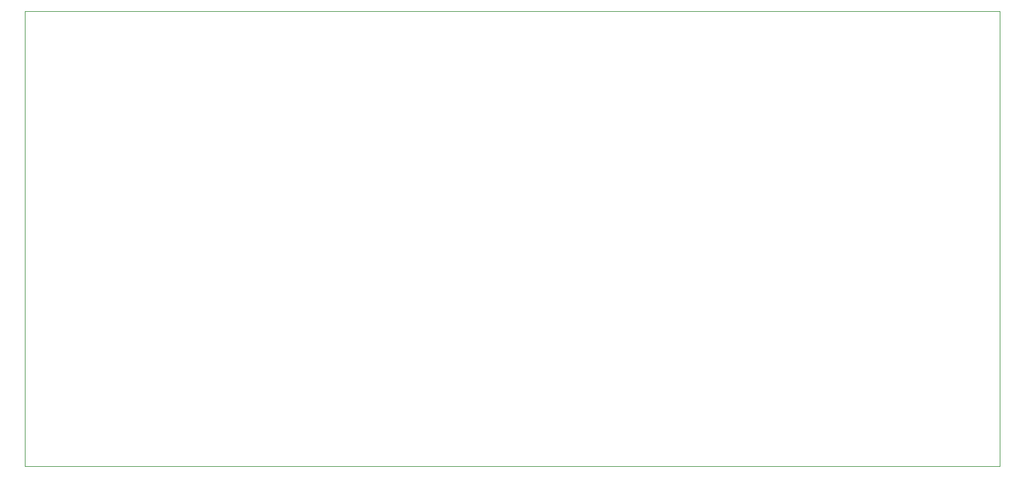
<source format=gbr>
%TF.GenerationSoftware,KiCad,Pcbnew,9.0.2*%
%TF.CreationDate,2025-07-04T12:24:25+05:30*%
%TF.ProjectId,qn1,716e312e-6b69-4636-9164-5f7063625858,rev?*%
%TF.SameCoordinates,Original*%
%TF.FileFunction,Profile,NP*%
%FSLAX46Y46*%
G04 Gerber Fmt 4.6, Leading zero omitted, Abs format (unit mm)*
G04 Created by KiCad (PCBNEW 9.0.2) date 2025-07-04 12:24:25*
%MOMM*%
%LPD*%
G01*
G04 APERTURE LIST*
%TA.AperFunction,Profile*%
%ADD10C,0.050000*%
%TD*%
G04 APERTURE END LIST*
D10*
X70590000Y-53390000D02*
X203400000Y-53390000D01*
X203400000Y-115380000D01*
X70590000Y-115380000D01*
X70590000Y-53390000D01*
M02*

</source>
